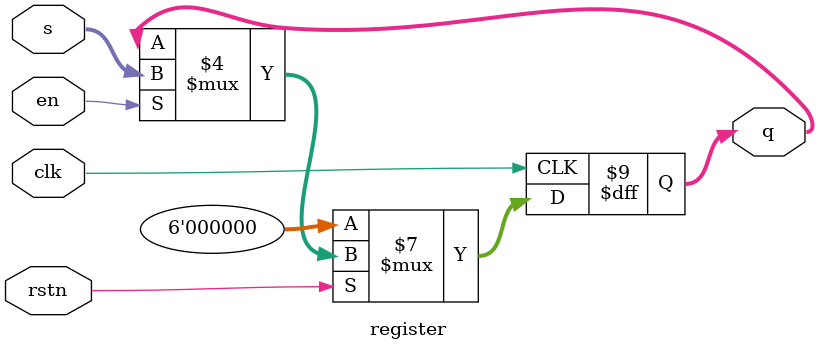
<source format=v>
`timescale 1ns / 1ps


module register #(parameter WIDTH = 6)
    (
        input [WIDTH-1:0] s,
        input en, rstn, clk,
        output reg [WIDTH-1:0] q);
    always@(posedge clk) begin
        if (~rstn)
            q <= 0;
        else
            if (en)
                q <= s;
            else
                q <= q;
    end

endmodule

</source>
